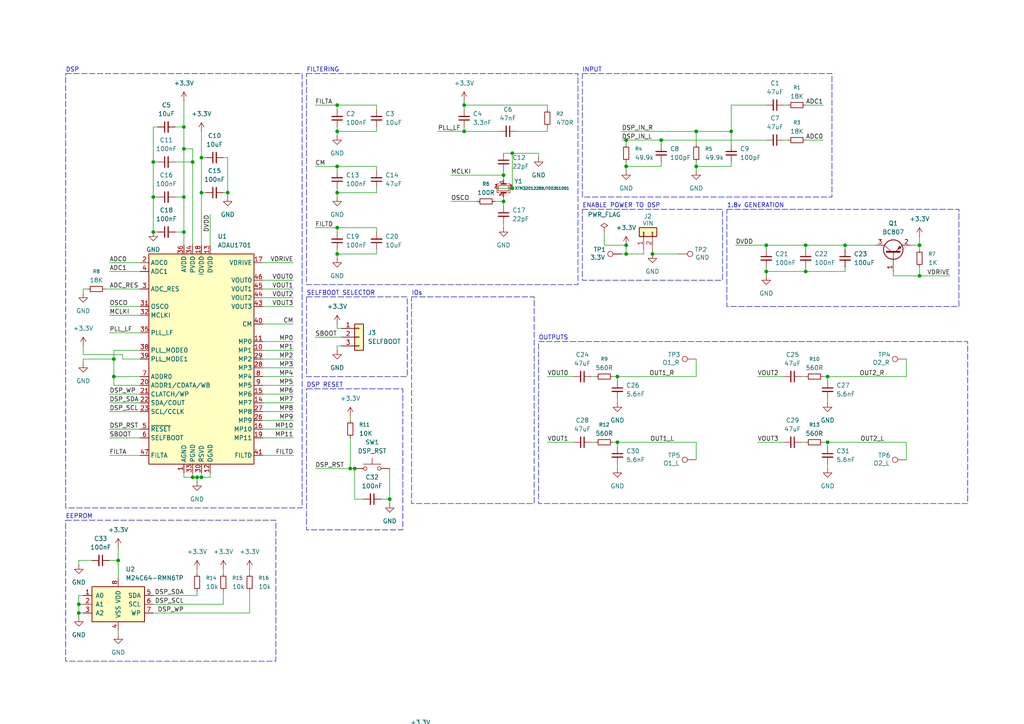
<source format=kicad_sch>
(kicad_sch (version 20250114) (generator "eeschema") (generator_version "9.0")
  (paper "A4")
  (rectangle (start 88.9 112.776) (end 116.84 153.67) (stroke (width 0) (type dash)))
  (rectangle (start 19.05 150.876) (end 80.01 191.77) (stroke (width 0) (type dash)))
  (rectangle (start 119.38 86.106) (end 154.94 146.05) (stroke (width 0) (type dash)))
  (rectangle (start 168.91 60.706) (end 209.55 81.28) (stroke (width 0) (type dash)))
  (rectangle (start 210.82 60.706) (end 278.13 88.9) (stroke (width 0) (type dash)))
  (rectangle (start 88.9 21.336) (end 167.64 82.55) (stroke (width 0) (type dash)))
  (rectangle (start 156.21 99.06) (end 280.67 146.05) (stroke (width 0) (type dash)))
  (rectangle (start 168.91 21.336) (end 241.3 57.15) (stroke (width 0) (type dash)))
  (rectangle (start 88.9 86.106) (end 118.11 109.22) (stroke (width 0) (type dash)))
  (rectangle (start 19.05 21.336) (end 87.63 147.32) (stroke (width 0) (type dash)))
  (text "EEPROM" (at 19.05 149.86 0) (effects (font (size 1.27 1.27)) (justify left)))
  (text "INPUT" (at 168.91 20.32 0) (effects (font (size 1.27 1.27)) (justify left)))
  (text "DSP RESET" (at 88.9 111.76 0) (effects (font (size 1.27 1.27)) (justify left)))
  (text "FILTERING" (at 88.9 20.32 0) (effects (font (size 1.27 1.27)) (justify left)))
  (text "DSP" (at 19.05 20.32 0) (effects (font (size 1.27 1.27)) (justify left)))
  (text "IOs" (at 119.38 85.09 0) (effects (font (size 1.27 1.27)) (justify left)))
  (text "SELFBOOT SELECTOR" (at 88.9 85.09 0) (effects (font (size 1.27 1.27)) (justify left)))
  (text "ENABLE POWER TO DSP" (at 168.91 59.69 0) (effects (font (size 1.27 1.27)) (justify left)))
  (text "1.8v GENERATION" (at 210.82 59.69 0) (effects (font (size 1.27 1.27)) (justify left)))
  (text "OUTPUTS" (at 156.21 98.044 0) (effects (font (size 1.27 1.27)) (justify left)))
  (junction (at 97.79 73.66))
  (junction (at 201.93 38.1))
  (junction (at 97.79 48.26))
  (junction (at 181.61 73.66))
  (junction (at 181.61 40.64))
  (junction (at 33.02 104.14))
  (junction (at 53.34 67.31))
  (junction (at 146.05 50.8))
  (junction (at 266.7 71.12))
  (junction (at 97.79 66.04))
  (junction (at 201.93 48.26))
  (junction (at 222.25 78.74))
  (junction (at 212.09 38.1))
  (junction (at 33.02 109.22))
  (junction (at 189.23 73.66))
  (junction (at 179.07 109.22))
  (junction (at 22.86 177.8))
  (junction (at 240.03 109.22))
  (junction (at 55.88 138.43))
  (junction (at 134.62 30.48))
  (junction (at 101.6 135.89))
  (junction (at 181.61 71.12))
  (junction (at 57.15 138.43))
  (junction (at 22.86 175.26))
  (junction (at 44.45 67.31))
  (junction (at 181.61 48.26))
  (junction (at 240.03 128.27))
  (junction (at 113.03 144.78))
  (junction (at 245.11 71.12))
  (junction (at 146.05 58.42))
  (junction (at 53.34 36.83))
  (junction (at 233.68 71.12))
  (junction (at 58.42 138.43))
  (junction (at 266.7 80.01))
  (junction (at 97.79 55.88))
  (junction (at 134.62 38.1))
  (junction (at 66.04 55.88))
  (junction (at 55.88 46.99))
  (junction (at 44.45 57.15))
  (junction (at 113.03 295.91))
  (junction (at 233.68 78.74))
  (junction (at 179.07 128.27))
  (junction (at 113.03 251.46))
  (junction (at 53.34 57.15))
  (junction (at 113.03 238.76))
  (junction (at 102.87 135.89))
  (junction (at 148.59 44.45))
  (junction (at 113.03 298.45))
  (junction (at 44.45 46.99))
  (junction (at 113.03 290.83))
  (junction (at 53.34 43.18))
  (junction (at 58.42 45.72))
  (junction (at 97.79 38.1))
  (junction (at 97.79 30.48))
  (junction (at 58.42 55.88))
  (junction (at 34.29 162.56))
  (junction (at 148.59 54.61))
  (junction (at 191.77 40.64))
  (junction (at 222.25 71.12))
  (wire (pts (xy 24.13 172.72) (xy 22.86 172.72)))
  (wire (pts (xy 189.23 72.39) (xy 189.23 73.66)))
  (wire (pts (xy 262.89 128.27) (xy 240.03 128.27)))
  (wire (pts (xy 44.45 57.15) (xy 44.45 67.31)))
  (wire (pts (xy 109.22 66.04) (xy 97.79 66.04)))
  (wire (pts (xy 76.2 88.9) (xy 85.09 88.9)))
  (wire (pts (xy 134.62 29.21) (xy 134.62 30.48)))
  (wire (pts (xy 130.81 50.8) (xy 146.05 50.8)))
  (wire (pts (xy 97.79 38.1) (xy 109.22 38.1)))
  (wire (pts (xy 123.19 267.97) (xy 114.3 267.97)))
  (wire (pts (xy 53.34 138.43) (xy 55.88 138.43)))
  (wire (pts (xy 275.59 80.01) (xy 266.7 80.01)))
  (wire (pts (xy 123.19 285.75) (xy 114.3 285.75)))
  (wire (pts (xy 222.25 71.12) (xy 222.25 72.39)))
  (wire (pts (xy 99.06 100.33) (xy 97.79 100.33)))
  (wire (pts (xy 44.45 177.8) (xy 72.39 177.8)))
  (wire (pts (xy 58.42 38.1) (xy 58.42 45.72)))
  (wire (pts (xy 76.2 101.6) (xy 85.09 101.6)))
  (wire (pts (xy 101.6 135.89) (xy 102.87 135.89)))
  (wire (pts (xy 179.07 109.22) (xy 201.93 109.22)))
  (wire (pts (xy 22.86 179.07) (xy 22.86 177.8)))
  (wire (pts (xy 212.09 30.48) (xy 222.25 30.48)))
  (wire (pts (xy 76.2 114.3) (xy 85.09 114.3)))
  (wire (pts (xy 123.19 273.05) (xy 114.3 273.05)))
  (wire (pts (xy 53.34 29.21) (xy 53.34 36.83)))
  (wire (pts (xy 25.4 83.82) (xy 24.13 83.82)))
  (wire (pts (xy 113.03 144.78) (xy 113.03 146.05)))
  (wire (pts (xy 127 38.1) (xy 134.62 38.1)))
  (wire (pts (xy 102.87 144.78) (xy 102.87 135.89)))
  (wire (pts (xy 123.19 241.3) (xy 114.3 241.3)))
  (wire (pts (xy 44.45 175.26) (xy 64.77 175.26)))
  (wire (pts (xy 105.41 144.78) (xy 102.87 144.78)))
  (wire (pts (xy 31.75 162.56) (xy 34.29 162.56)))
  (wire (pts (xy 31.75 91.44) (xy 40.64 91.44)))
  (wire (pts (xy 149.86 38.1) (xy 158.75 38.1)))
  (wire (pts (xy 114.3 288.29) (xy 123.19 288.29)))
  (wire (pts (xy 76.2 116.84) (xy 85.09 116.84)))
  (wire (pts (xy 146.05 44.45) (xy 148.59 44.45)))
  (wire (pts (xy 123.19 270.51) (xy 114.3 270.51)))
  (wire (pts (xy 222.25 78.74) (xy 222.25 80.01)))
  (wire (pts (xy 177.8 109.22) (xy 179.07 109.22)))
  (wire (pts (xy 40.64 109.22) (xy 33.02 109.22)))
  (wire (pts (xy 114.3 218.44) (xy 123.19 218.44)))
  (wire (pts (xy 109.22 72.39) (xy 109.22 73.66)))
  (wire (pts (xy 143.51 54.61) (xy 148.59 54.61)))
  (wire (pts (xy 64.77 175.26) (xy 64.77 171.45)))
  (wire (pts (xy 76.2 124.46) (xy 85.09 124.46)))
  (wire (pts (xy 213.36 71.12) (xy 222.25 71.12)))
  (wire (pts (xy 109.22 54.61) (xy 109.22 55.88)))
  (wire (pts (xy 233.68 40.64) (xy 238.76 40.64)))
  (wire (pts (xy 262.89 128.27) (xy 262.89 133.35)))
  (wire (pts (xy 58.42 55.88) (xy 59.69 55.88)))
  (wire (pts (xy 121.92 215.9) (xy 121.92 214.63)))
  (wire (pts (xy 57.15 138.43) (xy 57.15 139.7)))
  (wire (pts (xy 53.34 67.31) (xy 50.8 67.31)))
  (wire (pts (xy 60.96 137.16) (xy 60.96 138.43)))
  (wire (pts (xy 34.29 162.56) (xy 34.29 167.64)))
  (wire (pts (xy 262.89 109.22) (xy 240.03 109.22)))
  (wire (pts (xy 180.34 40.64) (xy 181.61 40.64)))
  (wire (pts (xy 64.77 165.1) (xy 64.77 166.37)))
  (wire (pts (xy 97.79 66.04) (xy 97.79 67.31)))
  (wire (pts (xy 113.03 298.45) (xy 113.03 299.72)))
  (wire (pts (xy 146.05 64.77) (xy 146.05 66.04)))
  (wire (pts (xy 179.07 115.57) (xy 179.07 116.84)))
  (wire (pts (xy 146.05 49.53) (xy 146.05 50.8)))
  (wire (pts (xy 180.34 38.1) (xy 201.93 38.1)))
  (wire (pts (xy 50.8 57.15) (xy 53.34 57.15)))
  (wire (pts (xy 31.75 114.3) (xy 40.64 114.3)))
  (wire (pts (xy 148.59 44.45) (xy 156.21 44.45)))
  (wire (pts (xy 222.25 77.47) (xy 222.25 78.74)))
  (wire (pts (xy 113.03 226.06) (xy 113.03 238.76)))
  (wire (pts (xy 134.62 36.83) (xy 134.62 38.1)))
  (wire (pts (xy 123.19 275.59) (xy 114.3 275.59)))
  (wire (pts (xy 53.34 43.18) (xy 53.34 57.15)))
  (wire (pts (xy 245.11 71.12) (xy 233.68 71.12)))
  (wire (pts (xy 123.19 248.92) (xy 114.3 248.92)))
  (wire (pts (xy 266.7 68.58) (xy 266.7 71.12)))
  (wire (pts (xy 181.61 48.26) (xy 191.77 48.26)))
  (wire (pts (xy 113.03 295.91) (xy 113.03 298.45)))
  (wire (pts (xy 114.3 293.37) (xy 123.19 293.37)))
  (wire (pts (xy 31.75 78.74) (xy 40.64 78.74)))
  (wire (pts (xy 201.93 38.1) (xy 201.93 41.91)))
  (wire (pts (xy 97.79 93.98) (xy 97.79 95.25)))
  (wire (pts (xy 201.93 46.99) (xy 201.93 48.26)))
  (wire (pts (xy 156.21 44.45) (xy 156.21 45.72)))
  (wire (pts (xy 58.42 45.72) (xy 59.69 45.72)))
  (wire (pts (xy 64.77 55.88) (xy 66.04 55.88)))
  (wire (pts (xy 245.11 77.47) (xy 245.11 78.74)))
  (wire (pts (xy 33.02 111.76) (xy 33.02 109.22)))
  (wire (pts (xy 201.93 104.14) (xy 201.93 109.22)))
  (wire (pts (xy 262.89 104.14) (xy 262.89 109.22)))
  (wire (pts (xy 181.61 48.26) (xy 181.61 49.53)))
  (wire (pts (xy 113.03 238.76) (xy 113.03 251.46)))
  (wire (pts (xy 45.72 46.99) (xy 44.45 46.99)))
  (wire (pts (xy 179.07 109.22) (xy 179.07 110.49)))
  (wire (pts (xy 110.49 144.78) (xy 113.03 144.78)))
  (wire (pts (xy 44.45 36.83) (xy 44.45 46.99)))
  (wire (pts (xy 113.03 298.45) (xy 123.19 298.45)))
  (wire (pts (xy 109.22 67.31) (xy 109.22 66.04)))
  (wire (pts (xy 179.07 128.27) (xy 179.07 129.54)))
  (wire (pts (xy 148.59 44.45) (xy 148.59 54.61)))
  (wire (pts (xy 55.88 71.12) (xy 55.88 46.99)))
  (wire (pts (xy 123.19 278.13) (xy 114.3 278.13)))
  (wire (pts (xy 123.19 226.06) (xy 113.03 226.06)))
  (wire (pts (xy 123.19 231.14) (xy 114.3 231.14)))
  (wire (pts (xy 240.03 134.62) (xy 240.03 135.89)))
  (wire (pts (xy 166.37 128.27) (xy 158.75 128.27)))
  (wire (pts (xy 189.23 73.66) (xy 196.85 73.66)))
  (wire (pts (xy 76.2 109.22) (xy 85.09 109.22)))
  (wire (pts (xy 76.2 104.14) (xy 85.09 104.14)))
  (wire (pts (xy 201.93 128.27) (xy 179.07 128.27)))
  (wire (pts (xy 76.2 81.28) (xy 85.09 81.28)))
  (wire (pts (xy 24.13 83.82) (xy 24.13 85.09)))
  (wire (pts (xy 245.11 71.12) (xy 254 71.12)))
  (wire (pts (xy 31.75 96.52) (xy 40.64 96.52)))
  (wire (pts (xy 97.79 36.83) (xy 97.79 38.1)))
  (wire (pts (xy 240.03 109.22) (xy 240.03 110.49)))
  (wire (pts (xy 233.68 78.74) (xy 222.25 78.74)))
  (wire (pts (xy 76.2 93.98) (xy 85.09 93.98)))
  (wire (pts (xy 97.79 72.39) (xy 97.79 73.66)))
  (wire (pts (xy 44.45 46.99) (xy 44.45 57.15)))
  (wire (pts (xy 33.02 101.6) (xy 33.02 104.14)))
  (wire (pts (xy 227.33 30.48) (xy 228.6 30.48)))
  (wire (pts (xy 114.3 223.52) (xy 123.19 223.52)))
  (wire (pts (xy 31.75 124.46) (xy 40.64 124.46)))
  (wire (pts (xy 53.34 36.83) (xy 53.34 43.18)))
  (wire (pts (xy 201.93 48.26) (xy 201.93 49.53)))
  (wire (pts (xy 91.44 135.89) (xy 101.6 135.89)))
  (wire (pts (xy 97.79 30.48) (xy 97.79 31.75)))
  (wire (pts (xy 123.19 233.68) (xy 114.3 233.68)))
  (wire (pts (xy 186.69 72.39) (xy 186.69 73.66)))
  (wire (pts (xy 44.45 67.31) (xy 45.72 67.31)))
  (wire (pts (xy 259.08 80.01) (xy 266.7 80.01)))
  (wire (pts (xy 24.13 175.26) (xy 22.86 175.26)))
  (wire (pts (xy 97.79 54.61) (xy 97.79 55.88)))
  (wire (pts (xy 232.41 128.27) (xy 233.68 128.27)))
  (wire (pts (xy 134.62 30.48) (xy 134.62 31.75)))
  (wire (pts (xy 109.22 30.48) (xy 97.79 30.48)))
  (wire (pts (xy 171.45 109.22) (xy 172.72 109.22)))
  (wire (pts (xy 33.02 109.22) (xy 33.02 104.14)))
  (wire (pts (xy 175.26 67.31) (xy 175.26 71.12)))
  (wire (pts (xy 30.48 83.82) (xy 40.64 83.82)))
  (wire (pts (xy 113.03 251.46) (xy 123.19 251.46)))
  (wire (pts (xy 35.56 104.14) (xy 35.56 102.87)))
  (wire (pts (xy 109.22 49.53) (xy 109.22 48.26)))
  (wire (pts (xy 57.15 172.72) (xy 57.15 171.45)))
  (wire (pts (xy 85.09 76.2) (xy 76.2 76.2)))
  (wire (pts (xy 158.75 31.75) (xy 158.75 30.48)))
  (wire (pts (xy 31.75 116.84) (xy 40.64 116.84)))
  (wire (pts (xy 181.61 46.99) (xy 181.61 48.26)))
  (wire (pts (xy 22.86 175.26) (xy 22.86 177.8)))
  (wire (pts (xy 212.09 38.1) (xy 212.09 30.48)))
  (wire (pts (xy 113.03 290.83) (xy 113.03 295.91)))
  (wire (pts (xy 31.75 119.38) (xy 40.64 119.38)))
  (wire (pts (xy 227.33 109.22) (xy 219.71 109.22)))
  (wire (pts (xy 40.64 111.76) (xy 33.02 111.76)))
  (wire (pts (xy 76.2 86.36) (xy 85.09 86.36)))
  (wire (pts (xy 58.42 45.72) (xy 58.42 55.88)))
  (wire (pts (xy 177.8 128.27) (xy 179.07 128.27)))
  (wire (pts (xy 72.39 165.1) (xy 72.39 166.37)))
  (wire (pts (xy 191.77 40.64) (xy 222.25 40.64)))
  (wire (pts (xy 240.03 115.57) (xy 240.03 116.84)))
  (wire (pts (xy 76.2 83.82) (xy 85.09 83.82)))
  (wire (pts (xy 40.64 101.6) (xy 33.02 101.6)))
  (wire (pts (xy 31.75 132.08) (xy 40.64 132.08)))
  (wire (pts (xy 91.44 66.04) (xy 97.79 66.04)))
  (wire (pts (xy 201.93 38.1) (xy 212.09 38.1)))
  (wire (pts (xy 53.34 57.15) (xy 53.34 67.31)))
  (wire (pts (xy 40.64 104.14) (xy 35.56 104.14)))
  (wire (pts (xy 259.08 78.74) (xy 259.08 80.01)))
  (wire (pts (xy 113.03 265.43) (xy 123.19 265.43)))
  (wire (pts (xy 212.09 46.99) (xy 212.09 48.26)))
  (wire (pts (xy 31.75 127) (xy 40.64 127)))
  (wire (pts (xy 191.77 40.64) (xy 181.61 40.64)))
  (wire (pts (xy 97.79 95.25) (xy 99.06 95.25)))
  (wire (pts (xy 109.22 36.83) (xy 109.22 38.1)))
  (wire (pts (xy 146.05 50.8) (xy 146.05 52.07)))
  (wire (pts (xy 45.72 36.83) (xy 44.45 36.83)))
  (wire (pts (xy 146.05 58.42) (xy 146.05 57.15)))
  (wire (pts (xy 26.67 162.56) (xy 22.86 162.56)))
  (wire (pts (xy 97.79 73.66) (xy 109.22 73.66)))
  (wire (pts (xy 58.42 55.88) (xy 58.42 71.12)))
  (wire (pts (xy 123.19 243.84) (xy 114.3 243.84)))
  (wire (pts (xy 97.79 73.66) (xy 97.79 74.93)))
  (wire (pts (xy 191.77 41.91) (xy 191.77 40.64)))
  (wire (pts (xy 97.79 100.33) (xy 97.79 101.6)))
  (wire (pts (xy 114.3 220.98) (xy 123.19 220.98)))
  (wire (pts (xy 60.96 138.43) (xy 58.42 138.43)))
  (wire (pts (xy 186.69 73.66) (xy 181.61 73.66)))
  (wire (pts (xy 57.15 165.1) (xy 57.15 166.37)))
  (wire (pts (xy 34.29 182.88) (xy 34.29 184.15)))
  (wire (pts (xy 158.75 38.1) (xy 158.75 36.83)))
  (wire (pts (xy 97.79 55.88) (xy 109.22 55.88)))
  (wire (pts (xy 91.44 30.48) (xy 97.79 30.48)))
  (wire (pts (xy 181.61 40.64) (xy 181.61 41.91)))
  (wire (pts (xy 55.88 137.16) (xy 55.88 138.43)))
  (wire (pts (xy 22.86 172.72) (xy 22.86 175.26)))
  (wire (pts (xy 166.37 109.22) (xy 158.75 109.22)))
  (wire (pts (xy 22.86 162.56) (xy 22.86 163.83)))
  (wire (pts (xy 245.11 72.39) (xy 245.11 71.12)))
  (wire (pts (xy 109.22 31.75) (xy 109.22 30.48)))
  (wire (pts (xy 113.03 251.46) (xy 113.03 254)))
  (wire (pts (xy 113.03 295.91) (xy 123.19 295.91)))
  (wire (pts (xy 266.7 80.01) (xy 266.7 77.47)))
  (wire (pts (xy 24.13 104.14) (xy 24.13 105.41)))
  (wire (pts (xy 60.96 62.23) (xy 60.96 71.12)))
  (wire (pts (xy 181.61 73.66) (xy 181.61 71.12)))
  (wire (pts (xy 233.68 30.48) (xy 238.76 30.48)))
  (wire (pts (xy 238.76 109.22) (xy 240.03 109.22)))
  (wire (pts (xy 97.79 48.26) (xy 97.79 49.53)))
  (wire (pts (xy 58.42 137.16) (xy 58.42 138.43)))
  (wire (pts (xy 238.76 128.27) (xy 240.03 128.27)))
  (wire (pts (xy 53.34 43.18) (xy 55.88 43.18)))
  (wire (pts (xy 113.03 290.83) (xy 123.19 290.83)))
  (wire (pts (xy 264.16 71.12) (xy 266.7 71.12)))
  (wire (pts (xy 123.19 236.22) (xy 114.3 236.22)))
  (wire (pts (xy 53.34 71.12) (xy 53.34 67.31)))
  (wire (pts (xy 123.19 283.21) (xy 114.3 283.21)))
  (wire (pts (xy 76.2 127) (xy 85.09 127)))
  (wire (pts (xy 114.3 262.89) (xy 123.19 262.89)))
  (wire (pts (xy 72.39 171.45) (xy 72.39 177.8)))
  (wire (pts (xy 134.62 38.1) (xy 144.78 38.1)))
  (wire (pts (xy 66.04 55.88) (xy 66.04 57.15)))
  (wire (pts (xy 55.88 138.43) (xy 57.15 138.43)))
  (wire (pts (xy 266.7 72.39) (xy 266.7 71.12)))
  (wire (pts (xy 123.19 228.6) (xy 114.3 228.6)))
  (wire (pts (xy 64.77 45.72) (xy 66.04 45.72)))
  (wire (pts (xy 55.88 43.18) (xy 55.88 46.99)))
  (wire (pts (xy 179.07 134.62) (xy 179.07 135.89)))
  (wire (pts (xy 212.09 38.1) (xy 212.09 41.91)))
  (wire (pts (xy 76.2 132.08) (xy 85.09 132.08)))
  (wire (pts (xy 24.13 102.87) (xy 24.13 100.33)))
  (wire (pts (xy 34.29 158.75) (xy 34.29 162.56)))
  (wire (pts (xy 233.68 72.39) (xy 233.68 71.12)))
  (wire (pts (xy 240.03 128.27) (xy 240.03 129.54)))
  (wire (pts (xy 232.41 109.22) (xy 233.68 109.22)))
  (wire (pts (xy 76.2 99.06) (xy 85.09 99.06)))
  (wire (pts (xy 76.2 111.76) (xy 85.09 111.76)))
  (wire (pts (xy 191.77 46.99) (xy 191.77 48.26)))
  (wire (pts (xy 245.11 78.74) (xy 233.68 78.74)))
  (wire (pts (xy 97.79 38.1) (xy 97.79 39.37)))
  (wire (pts (xy 233.68 77.47) (xy 233.68 78.74)))
  (wire (pts (xy 227.33 128.27) (xy 219.71 128.27)))
  (wire (pts (xy 146.05 58.42) (xy 146.05 59.69)))
  (wire (pts (xy 143.51 58.42) (xy 146.05 58.42)))
  (wire (pts (xy 113.03 238.76) (xy 123.19 238.76)))
  (wire (pts (xy 58.42 138.43) (xy 57.15 138.43)))
  (wire (pts (xy 180.34 73.66) (xy 181.61 73.66)))
  (wire (pts (xy 113.03 265.43) (xy 113.03 290.83)))
  (wire (pts (xy 91.44 48.26) (xy 97.79 48.26)))
  (wire (pts (xy 123.19 280.67) (xy 114.3 280.67)))
  (wire (pts (xy 101.6 120.65) (xy 101.6 121.92)))
  (wire (pts (xy 171.45 128.27) (xy 172.72 128.27)))
  (wire (pts (xy 97.79 55.88) (xy 97.79 57.15)))
  (wire (pts (xy 76.2 121.92) (xy 85.09 121.92)))
  (wire (pts (xy 66.04 45.72) (xy 66.04 55.88)))
  (wire (pts (xy 201.93 128.27) (xy 201.93 133.35)))
  (wire (pts (xy 113.03 144.78) (xy 113.03 135.89)))
  (wire (pts (xy 35.56 102.87) (xy 24.13 102.87)))
  (wire (pts (xy 53.34 137.16) (xy 53.34 138.43)))
  (wire (pts (xy 55.88 46.99) (xy 50.8 46.99)))
  (wire (pts (xy 76.2 106.68) (xy 85.09 106.68)))
  (wire (pts (xy 130.81 58.42) (xy 138.43 58.42)))
  (wire (pts (xy 45.72 57.15) (xy 44.45 57.15)))
  (wire (pts (xy 158.75 30.48) (xy 134.62 30.48)))
  (wire (pts (xy 101.6 127) (xy 101.6 135.89)))
  (wire (pts (xy 109.22 48.26) (xy 97.79 48.26)))
  (wire (pts (xy 50.8 36.83) (xy 53.34 36.83)))
  (wire (pts (xy 91.44 97.79) (xy 99.06 97.79)))
  (wire (pts (xy 227.33 40.64) (xy 228.6 40.64)))
  (wire (pts (xy 22.86 177.8) (xy 24.13 177.8)))
  (wire (pts (xy 123.19 246.38) (xy 114.3 246.38)))
  (wire (pts (xy 201.93 48.26) (xy 212.09 48.26)))
  (wire (pts (xy 123.19 215.9) (xy 121.92 215.9)))
  (wire (pts (xy 33.02 104.14) (xy 24.13 104.14)))
  (wire (pts (xy 233.68 71.12) (xy 222.25 71.12)))
  (wire (pts (xy 31.75 88.9) (xy 40.64 88.9)))
  (wire (pts (xy 44.45 172.72) (xy 57.15 172.72)))
  (wire (pts (xy 31.75 76.2) (xy 40.64 76.2)))
  (wire (pts (xy 76.2 119.38) (xy 85.09 119.38)))
  (wire (pts (xy 175.26 71.12) (xy 181.61 71.12)))
  (label "MP1" (at 85.09 101.6 180))
  (label "MP10" (at 85.09 124.46 180))
  (label "OUT2_L" (at 114.3 241.3 0))
  (label "DSP_RST" (at 114.3 223.52 0))
  (label "MP6" (at 85.09 114.3 180))
  (label "VDRIVE" (at 85.09 76.2 180))
  (label "DSP_WP" (at 31.75 114.3 0))
  (label "MP8" (at 114.3 231.14 0))
  (label "VOUT2" (at 219.71 109.22 0))
  (label "CM" (at 91.44 48.26 0))
  (label "FILTD" (at 91.44 66.04 0))
  (label "PLL_LF" (at 31.75 96.52 0))
  (label "MP0" (at 85.09 99.06 180))
  (label "ADC_RES" (at 31.75 83.82 0))
  (label "DVDD" (at 213.36 71.12 0))
  (label "PLL_LF" (at 127 38.1 0))
  (label "SBOOT" (at 31.75 127 0))
  (label "OUT1_R" (at 114.3 248.92 0))
  (label "VOUT1" (at 158.75 128.27 0))
  (label "DSP_SCL" (at 31.75 119.38 0))
  (label "MP1" (at 114.3 280.67 0))
  (label "MP9" (at 114.3 228.6 0))
  (label "VDRIVE" (at 275.59 80.01 180))
  (label "CM" (at 85.09 93.98 180))
  (label "DSP_SCL" (at 114.3 220.98 0))
  (label "OUT1_R" (at 195.58 109.22 180))
  (label "DSP_SDA" (at 114.3 218.44 0))
  (label "MP0" (at 114.3 278.13 0))
  (label "MP6" (at 114.3 273.05 0))
  (label "OUT2_R" (at 114.3 243.84 0))
  (label "OUT2_R" (at 256.54 109.22 180))
  (label "DSP_WP" (at 53.34 177.8 180))
  (label "MP5" (at 85.09 111.76 180))
  (label "VOUT3" (at 85.09 88.9 180))
  (label "DSP_IN_R" (at 180.34 38.1 0))
  (label "DSP_SDA" (at 31.75 116.84 0))
  (label "ADC0" (at 31.75 76.2 0))
  (label "ADC1" (at 238.76 30.48 180))
  (label "MCLKI" (at 31.75 91.44 0))
  (label "FILTA" (at 91.44 30.48 0))
  (label "VOUT0" (at 85.09 81.28 180))
  (label "MP10" (at 114.3 270.51 0))
  (label "MP4" (at 85.09 109.22 180))
  (label "DSP_IN_L" (at 114.3 293.37 0))
  (label "ADC1" (at 31.75 78.74 0))
  (label "OSCO" (at 130.81 58.42 0))
  (label "VOUT3" (at 219.71 128.27 0))
  (label "OUT1_L" (at 114.3 246.38 0))
  (label "DVDD" (at 60.96 62.23 270))
  (label "DSP_IN_L" (at 180.34 40.64 0))
  (label "MP5" (at 114.3 283.21 0))
  (label "MP8" (at 85.09 119.38 180))
  (label "DSP_WP" (at 114.3 262.89 0))
  (label "MP7" (at 114.3 275.59 0))
  (label "DSP_RST" (at 31.75 124.46 0))
  (label "MP2" (at 85.09 104.14 180))
  (label "DSP_SDA" (at 53.34 172.72 180))
  (label "MP11" (at 114.3 267.97 0))
  (label "SBOOT" (at 91.44 97.79 0))
  (label "VOUT2" (at 85.09 86.36 180))
  (label "FILTA" (at 31.75 132.08 0))
  (label "MP7" (at 85.09 116.84 180))
  (label "DSP_SCL" (at 53.34 175.26 180))
  (label "DSP_RST" (at 91.44 135.89 0))
  (label "VOUT1" (at 85.09 83.82 180))
  (label "MP3" (at 114.3 233.68 0))
  (label "OSCO" (at 31.75 88.9 0))
  (label "MCLKI" (at 130.81 50.8 0))
  (label "MP3" (at 85.09 106.68 180))
  (label "OUT1_L" (at 195.58 128.27 180))
  (label "FILTD" (at 85.09 132.08 180))
  (label "ADC0" (at 238.76 40.64 180))
  (label "MP11" (at 85.09 127 180))
  (label "OUT2_L" (at 256.54 128.27 180))
  (label "MP9" (at 85.09 121.92 180))
  (label "DSP_IN_R" (at 114.3 288.29 0))
  (label "MP2" (at 114.3 236.22 0))
  (label "VOUT0" (at 158.75 109.22 0))
  (label "MP4" (at 114.3 285.75 0))
  (symbol (lib_id "Device:R_Small") (at 175.26 128.27 90) (unit 1)
    (property "Reference" "R12" (at 175.26 123.19 90) (effects (font (size 1.016 1.016))))
    (property "Value" "560R" (at 175.26 125.73 90))
    (property "Footprint" "Resistor_SMD:R_0603_1608Metric_Pad0.98x0.95mm_HandSolder" (effects (hide yes)))
    (property "Description" "Resistor, small symbol" (effects (hide yes)))
  )
  (symbol (lib_id "Device:C_Small") (at 146.05 46.99 0) (unit 1)
    (property "Reference" "C12" (at 148.59 45.7262 0) (effects (justify left)))
    (property "Value" "22pF" (at 148.59 48.2662 0) (effects (justify left)))
    (property "Footprint" "Capacitor_SMD:C_0603_1608Metric_Pad1.08x0.95mm_HandSolder" (effects (hide yes)))
    (property "Description" "Unpolarized capacitor, small symbol" (effects (hide yes)))
  )
  (symbol (lib_id "Connector:TestPoint") (at 180.34 73.66 90) (unit 1)
    (property "Reference" "TP1" (at 175.768 72.39 90) (effects (justify left)))
    (property "Value" "3.3V" (at 175.514 74.676 90) (effects (justify left)))
    (property "Footprint" "TestPoint:TestPoint_THTPad_1.0x1.0mm_Drill0.5mm" (effects (hide yes)))
    (property "Description" "test point" (effects (hide yes)))
  )
  (symbol (lib_id "power:GND") (at 240.03 135.89 0) (unit 1)
    (property "Reference" "#PWR029" (effects (hide yes)))
    (property "Value" "GND" (at 240.03 140.97 0))
    (property "Description" "Power symbol creates a global label with name \"GND\" , ground" (effects (hide yes)))
  )
  (symbol (lib_id "power:GND") (at 97.79 39.37 0) (unit 1)
    (property "Reference" "#PWR04" (effects (hide yes)))
    (property "Value" "GND" (at 97.79 44.45 0))
    (property "Description" "Power symbol creates a global label with name \"GND\" , ground" (effects (hide yes)))
  )
  (symbol (lib_id "Device:C_Small") (at 224.79 40.64 270) (unit 1)
    (property "Reference" "C7" (at 224.7836 34.29 90))
    (property "Value" "47uF" (at 224.7836 36.83 90))
    (property "Footprint" "Capacitor_SMD:C_0603_1608Metric_Pad1.08x0.95mm_HandSolder" (effects (hide yes)))
    (property "Description" "Unpolarized capacitor, small symbol" (effects (hide yes)))
  )
  (symbol (lib_id "power:GND") (at 201.93 49.53 0) (unit 1)
    (property "Reference" "#PWR08" (effects (hide yes)))
    (property "Value" "GND" (at 201.93 54.61 0))
    (property "Description" "Power symbol creates a global label with name \"GND\" , ground" (effects (hide yes)))
  )
  (symbol (lib_id "power:GND") (at 156.21 45.72 0) (unit 1)
    (property "Reference" "#PWR05" (effects (hide yes)))
    (property "Value" "GND" (at 156.21 50.8 0))
    (property "Description" "Power symbol creates a global label with name \"GND\" , ground" (effects (hide yes)))
  )
  (symbol (lib_id "Device:C_Small") (at 146.05 62.23 0) (unit 1)
    (property "Reference" "C17" (at 148.59 60.9662 0) (effects (justify left)))
    (property "Value" "22pF" (at 148.59 63.5062 0) (effects (justify left)))
    (property "Footprint" "Capacitor_SMD:C_0603_1608Metric_Pad1.08x0.95mm_HandSolder" (effects (hide yes)))
    (property "Description" "Unpolarized capacitor, small symbol" (effects (hide yes)))
  )
  (symbol (lib_id "power:PWR_FLAG") (at 175.26 67.31 0) (unit 1)
    (property "Reference" "#FLG01" (effects (hide yes)))
    (property "Value" "PWR_FLAG" (at 175.26 62.23 0))
    (property "Description" "Special symbol for telling ERC where power comes from" (effects (hide yes)))
  )
  (symbol (lib_id "Device:C_Small") (at 240.03 113.03 0) (unit 1)
    (property "Reference" "C27" (at 242.57 111.7662 0) (effects (justify left)))
    (property "Value" "5.6nF" (at 242.57 114.3062 0) (effects (justify left)))
    (property "Footprint" "Capacitor_SMD:C_0603_1608Metric_Pad1.08x0.95mm_HandSolder" (effects (hide yes)))
    (property "Description" "Unpolarized capacitor, small symbol" (effects (hide yes)))
  )
  (symbol (lib_id "Device:C_Small") (at 109.22 69.85 180) (unit 1)
    (property "Reference" "C20" (at 111.76 68.5735 0) (effects (justify right)))
    (property "Value" "10uF" (at 111.76 71.1135 0) (effects (justify right)))
    (property "Footprint" "Capacitor_SMD:C_0603_1608Metric_Pad1.08x0.95mm_HandSolder" (effects (hide yes)))
    (property "Description" "Unpolarized capacitor, small symbol" (effects (hide yes)))
  )
  (symbol (lib_id "Device:R_Small") (at 101.6 124.46 0) (unit 1)
    (property "Reference" "R11" (at 104.14 123.1899 0) (effects (font (size 1.016 1.016)) (justify left)))
    (property "Value" "10K" (at 104.14 125.7299 0) (effects (justify left)))
    (property "Footprint" "Resistor_SMD:R_0603_1608Metric_Pad0.98x0.95mm_HandSolder" (effects (hide yes)))
    (property "Description" "Resistor, small symbol" (effects (hide yes)))
  )
  (symbol (lib_id "power:+3.3V") (at 97.79 93.98 0) (unit 1)
    (property "Reference" "#PWR019" (effects (hide yes)))
    (property "Value" "+3.3V" (at 97.79 88.9 0))
    (property "Description" "Power symbol creates a global label with name \"+3.3V\"" (effects (hide yes)))
  )
  (symbol (lib_id "power:+3.3V") (at 72.39 165.1 0) (unit 1)
    (property "Reference" "#PWR036" (effects (hide yes)))
    (property "Value" "+3.3V" (at 72.39 160.02 0))
    (property "Description" "Power symbol creates a global label with name \"+3.3V\"" (effects (hide yes)))
  )
  (symbol (lib_id "power:+3.3V") (at 58.42 38.1 0) (unit 1)
    (property "Reference" "#PWR03" (effects (hide yes)))
    (property "Value" "+3.3V" (at 58.42 33.02 0))
    (property "Description" "Power symbol creates a global label with name \"+3.3V\"" (effects (hide yes)))
  )
  (symbol (lib_id "power:+3.3V") (at 24.13 100.33 0) (unit 1)
    (property "Reference" "#PWR020" (effects (hide yes)))
    (property "Value" "+3.3V" (at 24.13 95.25 0))
    (property "Description" "Power symbol creates a global label with name \"+3.3V\"" (effects (hide yes)))
  )
  (symbol (lib_id "Device:C_Small") (at 240.03 132.08 0) (unit 1)
    (property "Reference" "C31" (at 242.57 130.8162 0) (effects (justify left)))
    (property "Value" "5.6nF" (at 242.57 133.3562 0) (effects (justify left)))
    (property "Footprint" "Capacitor_SMD:C_0603_1608Metric_Pad1.08x0.95mm_HandSolder" (effects (hide yes)))
    (property "Description" "Unpolarized capacitor, small symbol" (effects (hide yes)))
  )
  (symbol (lib_id "power:+3.3V") (at 181.61 71.12 0) (unit 1)
    (property "Reference" "#PWR014" (effects (hide yes)))
    (property "Value" "+3.3V" (at 181.61 66.04 0))
    (property "Description" "Power symbol creates a global label with name \"+3.3V\"" (effects (hide yes)))
  )
  (symbol (lib_id "Device:C_Small") (at 97.79 69.85 180) (unit 1)
    (property "Reference" "C19" (at 100.33 68.5735 0) (effects (justify right)))
    (property "Value" "100nF" (at 100.33 71.1135 0) (effects (justify right)))
    (property "Footprint" "Capacitor_SMD:C_0603_1608Metric_Pad1.08x0.95mm_HandSolder" (effects (hide yes)))
    (property "Description" "Unpolarized capacitor, small symbol" (effects (hide yes)))
  )
  (symbol (lib_id "power:GND") (at 113.03 299.72 0) (unit 1)
    (property "Reference" "#PWR041" (effects (hide yes)))
    (property "Value" "GND" (at 113.03 304.8 0))
    (property "Description" "Power symbol creates a global label with name \"GND\" , ground" (effects (hide yes)))
  )
  (symbol (lib_id "Device:R_Small") (at 175.26 109.22 90) (unit 1)
    (property "Reference" "R9" (at 175.26 104.14 90) (effects (font (size 1.016 1.016))))
    (property "Value" "560R" (at 175.26 106.68 90))
    (property "Footprint" "Resistor_SMD:R_0603_1608Metric_Pad0.98x0.95mm_HandSolder" (effects (hide yes)))
    (property "Description" "Resistor, small symbol" (effects (hide yes)))
  )
  (symbol (lib_id "power:+3.3V") (at 134.62 29.21 0) (unit 1)
    (property "Reference" "#PWR02" (effects (hide yes)))
    (property "Value" "+3.3V" (at 134.62 24.13 0))
    (property "Description" "Power symbol creates a global label with name \"+3.3V\"" (effects (hide yes)))
  )
  (symbol (lib_id "Switch:SW_Push") (at 107.95 135.89 0) (unit 1)
    (property "Reference" "SW1" (at 107.95 128.27 0))
    (property "Value" "DSP_RST" (at 107.95 130.81 0))
    (property "Footprint" "TS3425BA:TS3425BA" (effects (hide yes)))
    (property "Description" "Push button switch, generic, two pins" (effects (hide yes)))
  )
  (symbol (lib_id "DSP_AnalogDevices:ADAU1701") (at 58.42 104.14 0) (unit 1)
    (property "Reference" "U1" (at 63.1033 68.58 0) (effects (justify left)))
    (property "Value" "ADAU1701" (at 63.1033 71.12 0) (effects (justify left)))
    (property "Footprint" "Package_QFP:LQFP-48_7x7mm_P0.5mm" (effects (hide yes)))
    (property "Datasheet" "https://www.analog.com/media/en/technical-documentation/data-sheets/ADAU1701.pdf" (effects (hide yes)))
    (property "Description" "SigmaDSP 28-/56-Bit Audio Processor with Two ADCs and Four DACs, 50 MIPS, 1kword Program RAM, 2kword Data RAM, LQFP-48" (effects (hide yes)))
  )
  (symbol (lib_id "Device:R_Small") (at 57.15 168.91 0) (unit 1)
    (property "Reference" "R14" (at 59.69 167.6399 0) (effects (font (size 1.016 1.016)) (justify left)))
    (property "Value" "10k" (at 59.69 170.1799 0) (effects (justify left)))
    (property "Footprint" "Resistor_SMD:R_0603_1608Metric_Pad0.98x0.95mm_HandSolder" (effects (hide yes)))
    (property "Description" "Resistor, small symbol" (effects (hide yes)))
  )
  (symbol (lib_id "Device:R_Small") (at 181.61 44.45 0) (unit 1)
    (property "Reference" "R4" (at 184.15 43.1799 0) (effects (font (size 1.016 1.016)) (justify left)))
    (property "Value" "49.9k" (at 184.15 45.7199 0) (effects (justify left)))
    (property "Footprint" "Resistor_SMD:R_0603_1608Metric_Pad0.98x0.95mm_HandSolder" (effects (hide yes)))
    (property "Description" "Resistor, small symbol" (effects (hide yes)))
  )
  (symbol (lib_id "power:GND") (at 66.04 57.15 0) (unit 1)
    (property "Reference" "#PWR09" (effects (hide yes)))
    (property "Value" "GND" (at 66.04 62.23 0))
    (property "Description" "Power symbol creates a global label with name \"GND\" , ground" (effects (hide yes)))
  )
  (symbol (lib_id "Connector:TestPoint") (at 201.93 133.35 90) (unit 1)
    (property "Reference" "TP5" (at 197.358 132.08 90) (effects (justify left)))
    (property "Value" "O1_L" (at 197.104 134.366 90) (effects (justify left)))
    (property "Footprint" "TestPoint:TestPoint_THTPad_1.0x1.0mm_Drill0.5mm" (effects (hide yes)))
    (property "Description" "test point" (effects (hide yes)))
  )
  (symbol (lib_id "Device:C_Small") (at 179.07 113.03 0) (unit 1)
    (property "Reference" "C26" (at 181.61 111.7662 0) (effects (justify left)))
    (property "Value" "5.6nF" (at 181.61 114.3062 0) (effects (justify left)))
    (property "Footprint" "Capacitor_SMD:C_0603_1608Metric_Pad1.08x0.95mm_HandSolder" (effects (hide yes)))
    (property "Description" "Unpolarized capacitor, small symbol" (effects (hide yes)))
  )
  (symbol (lib_id "Device:R_Small") (at 158.75 34.29 0) (unit 1)
    (property "Reference" "R2" (at 161.29 33.0199 0) (effects (font (size 1.016 1.016)) (justify left)))
    (property "Value" "470R" (at 161.29 35.5599 0) (effects (justify left)))
    (property "Footprint" "Resistor_SMD:R_0603_1608Metric_Pad0.98x0.95mm_HandSolder" (effects (hide yes)))
    (property "Description" "Resistor, small symbol" (effects (hide yes)))
  )
  (symbol (lib_id "Device:R_Small") (at 72.39 168.91 0) (unit 1)
    (property "Reference" "R16" (at 74.93 167.6399 0) (effects (font (size 1.016 1.016)) (justify left)))
    (property "Value" "10k" (at 74.93 170.1799 0) (effects (justify left)))
    (property "Footprint" "Resistor_SMD:R_0603_1608Metric_Pad0.98x0.95mm_HandSolder" (effects (hide yes)))
    (property "Description" "Resistor, small symbol" (effects (hide yes)))
  )
  (symbol (lib_id "power:+3.3V") (at 266.7 68.58 0) (unit 1)
    (property "Reference" "#PWR013" (effects (hide yes)))
    (property "Value" "+3.3V" (at 266.7 63.5 0))
    (property "Description" "Power symbol creates a global label with name \"+3.3V\"" (effects (hide yes)))
  )
  (symbol (lib_id "Device:R_Small") (at 266.7 74.93 0) (unit 1)
    (property "Reference" "R7" (at 269.24 73.6599 0) (effects (font (size 1.016 1.016)) (justify left)))
    (property "Value" "1K" (at 269.24 76.1999 0) (effects (justify left)))
    (property "Footprint" "Resistor_SMD:R_0603_1608Metric_Pad0.98x0.95mm_HandSolder" (effects (hide yes)))
    (property "Description" "Resistor, small symbol" (effects (hide yes)))
  )
  (symbol (lib_id "Device:C_Small") (at 107.95 144.78 270) (unit 1)
    (property "Reference" "C32" (at 107.9436 138.43 90))
    (property "Value" "100nF" (at 107.9436 140.97 90))
    (property "Footprint" "Capacitor_SMD:C_0603_1608Metric_Pad1.08x0.95mm_HandSolder" (effects (hide yes)))
    (property "Description" "Unpolarized capacitor, small symbol" (effects (hide yes)))
  )
  (symbol (lib_id "Device:C_Small") (at 48.26 46.99 90) (unit 1)
    (property "Reference" "C11" (at 48.2663 40.64 90))
    (property "Value" "100nF" (at 48.2663 43.18 90))
    (property "Footprint" "Capacitor_SMD:C_0603_1608Metric_Pad1.08x0.95mm_HandSolder" (effects (hide yes)))
    (property "Description" "Unpolarized capacitor, small symbol" (effects (hide yes)))
  )
  (symbol (lib_id "power:GND") (at 44.45 67.31 0) (unit 1)
    (property "Reference" "#PWR012" (effects (hide yes)))
    (property "Value" "GND" (at 44.45 72.39 0))
    (property "Description" "Power symbol creates a global label with name \"GND\" , ground" (effects (hide yes)))
  )
  (symbol (lib_id "Device:C_Small") (at 109.22 34.29 180) (unit 1)
    (property "Reference" "C3" (at 111.76 33.0135 0) (effects (justify right)))
    (property "Value" "10uF" (at 111.76 35.5535 0) (effects (justify right)))
    (property "Footprint" "Capacitor_SMD:C_0603_1608Metric_Pad1.08x0.95mm_HandSolder" (effects (hide yes)))
    (property "Description" "Unpolarized capacitor, small symbol" (effects (hide yes)))
  )
  (symbol (lib_id "Device:C_Small") (at 191.77 44.45 180) (unit 1)
    (property "Reference" "C8" (at 194.31 43.1735 0) (effects (justify right)))
    (property "Value" "100pF" (at 194.31 45.7135 0) (effects (justify right)))
    (property "Footprint" "Capacitor_SMD:C_0603_1608Metric_Pad1.08x0.95mm_HandSolder" (effects (hide yes)))
    (property "Description" "Unpolarized capacitor, small symbol" (effects (hide yes)))
  )
  (symbol (lib_id "power:GND") (at 179.07 135.89 0) (unit 1)
    (property "Reference" "#PWR028" (effects (hide yes)))
    (property "Value" "GND" (at 179.07 140.97 0))
    (property "Description" "Power symbol creates a global label with name \"GND\" , ground" (effects (hide yes)))
  )
  (symbol (lib_id "Device:R_Small") (at 201.93 44.45 0) (unit 1)
    (property "Reference" "R5" (at 204.47 43.1799 0) (effects (font (size 1.016 1.016)) (justify left)))
    (property "Value" "49.9k" (at 204.47 45.7199 0) (effects (justify left)))
    (property "Footprint" "Resistor_SMD:R_0603_1608Metric_Pad0.98x0.95mm_HandSolder" (effects (hide yes)))
    (property "Description" "Resistor, small symbol" (effects (hide yes)))
  )
  (symbol (lib_id "power:GND") (at 97.79 101.6 0) (unit 1)
    (property "Reference" "#PWR021" (effects (hide yes)))
    (property "Value" "GND" (at 97.79 106.68 0))
    (property "Description" "Power symbol creates a global label with name \"GND\" , ground" (effects (hide yes)))
  )
  (symbol (lib_id "power:+3.3V") (at 53.34 29.21 0) (unit 1)
    (property "Reference" "#PWR01" (effects (hide yes)))
    (property "Value" "+3.3V" (at 53.34 24.13 0))
    (property "Description" "Power symbol creates a global label with name \"+3.3V\"" (effects (hide yes)))
  )
  (symbol (lib_id "Device:C_Small") (at 97.79 34.29 180) (unit 1)
    (property "Reference" "C2" (at 100.33 33.0135 0) (effects (justify right)))
    (property "Value" "100nF" (at 100.33 35.5535 0) (effects (justify right)))
    (property "Footprint" "Capacitor_SMD:C_0603_1608Metric_Pad1.08x0.95mm_HandSolder" (effects (hide yes)))
    (property "Description" "Unpolarized capacitor, small symbol" (effects (hide yes)))
  )
  (symbol (lib_id "Device:C_Small") (at 48.26 67.31 90) (unit 1)
    (property "Reference" "C18" (at 48.2663 60.96 90))
    (property "Value" "100nF" (at 48.2663 63.5 90))
    (property "Footprint" "Capacitor_SMD:C_0603_1608Metric_Pad1.08x0.95mm_HandSolder" (effects (hide yes)))
    (property "Description" "Unpolarized capacitor, small symbol" (effects (hide yes)))
  )
  (symbol (lib_id "Device:C_Small") (at 212.09 44.45 180) (unit 1)
    (property "Reference" "C9" (at 214.63 43.1735 0) (effects (justify right)))
    (property "Value" "100pF" (at 214.63 45.7135 0) (effects (justify right)))
    (property "Footprint" "Capacitor_SMD:C_0603_1608Metric_Pad1.08x0.95mm_HandSolder" (effects (hide yes)))
    (property "Description" "Unpolarized capacitor, small symbol" (effects (hide yes)))
  )
  (symbol (lib_id "Device:C_Small") (at 109.22 52.07 180) (unit 1)
    (property "Reference" "C14" (at 111.76 50.7935 0) (effects (justify right)))
    (property "Value" "47uF" (at 111.76 53.3335 0) (effects (justify right)))
    (property "Footprint" "Capacitor_SMD:C_0603_1608Metric_Pad1.08x0.95mm_HandSolder" (effects (hide yes)))
    (property "Description" "Unpolarized capacitor, small symbol" (effects (hide yes)))
  )
  (symbol (lib_id "Device:C_Small") (at 245.11 74.93 0) (unit 1)
    (property "Reference" "C23" (at 247.65 73.6662 0) (effects (justify left)))
    (property "Value" "100uF" (at 247.65 76.2062 0) (effects (justify left)))
    (property "Footprint" "Capacitor_SMD:C_0603_1608Metric_Pad1.08x0.95mm_HandSolder" (effects (hide yes)))
    (property "Description" "Unpolarized capacitor, small symbol" (effects (hide yes)))
  )
  (symbol (lib_id "power:+3.3V") (at 101.6 120.65 0) (unit 1)
    (property "Reference" "#PWR025" (effects (hide yes)))
    (property "Value" "+3.3V" (at 101.6 115.57 0))
    (property "Description" "Power symbol creates a global label with name \"+3.3V\"" (effects (hide yes)))
  )
  (symbol (lib_id "Device:R_Small") (at 236.22 109.22 90) (unit 1)
    (property "Reference" "R10" (at 236.22 104.14 90) (effects (font (size 1.016 1.016))))
    (property "Value" "560R" (at 236.22 106.68 90))
    (property "Footprint" "Resistor_SMD:R_0603_1608Metric_Pad0.98x0.95mm_HandSolder" (effects (hide yes)))
    (property "Description" "Resistor, small symbol" (effects (hide yes)))
  )
  (symbol (lib_id "power:GND") (at 179.07 116.84 0) (unit 1)
    (property "Reference" "#PWR023" (effects (hide yes)))
    (property "Value" "GND" (at 179.07 121.92 0))
    (property "Description" "Power symbol creates a global label with name \"GND\" , ground" (effects (hide yes)))
  )
  (symbol (lib_id "power:+3.3V") (at 64.77 165.1 0) (unit 1)
    (property "Reference" "#PWR035" (effects (hide yes)))
    (property "Value" "+3.3V" (at 64.77 160.02 0))
    (property "Description" "Power symbol creates a global label with name \"+3.3V\"" (effects (hide yes)))
  )
  (symbol (lib_id "Connector_Generic:Conn_01x15") (at 128.27 280.67 0) (unit 1)
    (property "Reference" "J5" (at 130.81 279.3999 0) (effects (justify left)))
    (property "Value" "IO2" (at 130.81 281.9399 0) (effects (justify left)))
    (property "Footprint" "Connector_PinSocket_2.54mm:PinSocket_1x15_P2.54mm_Vertical" (effects (hide yes)))
    (property "Description" "Generic connector, single row, 01x15, script generated (kicad-library-utils/schlib/autogen/connector/)" (effects (hide yes)))
  )
  (symbol (lib_id "Connector_Generic:Conn_01x15") (at 128.27 233.68 0) (unit 1)
    (property "Reference" "J4" (at 130.81 232.4099 0) (effects (justify left)))
    (property "Value" "IO1" (at 130.81 234.9499 0) (effects (justify left)))
    (property "Footprint" "Connector_PinSocket_2.54mm:PinSocket_1x15_P2.54mm_Vertical" (effects (hide yes)))
    (property "Description" "Generic connector, single row, 01x15, script generated (kicad-library-utils/schlib/autogen/connector/)" (effects (hide yes)))
  )
  (symbol (lib_id "Device:C_Small") (at 222.25 74.93 0) (unit 1)
    (property "Reference" "C21" (at 224.79 73.6662 0) (effects (justify left)))
    (property "Value" "100nF" (at 224.79 76.2062 0) (effects (justify left)))
    (property "Footprint" "Capacitor_SMD:C_0603_1608Metric_Pad1.08x0.95mm_HandSolder" (effects (hide yes)))
    (property "Description" "Unpolarized capacitor, small symbol" (effects (hide yes)))
  )
  (symbol (lib_id "Connector_Generic:Conn_01x03") (at 104.14 97.79 0) (unit 1)
    (property "Reference" "J3" (at 106.68 96.5199 0) (effects (justify left)))
    (property "Value" "SELFBOOT" (at 106.68 99.0599 0) (effects (justify left)))
    (property "Footprint" "Connector_PinHeader_2.54mm:PinHeader_1x03_P2.54mm_Vertical" (effects (hide yes)))
    (property "Description" "Generic connector, single row, 01x03, script generated (kicad-library-utils/schlib/autogen/connector/)" (effects (hide yes)))
  )
  (symbol (lib_id "power:GND") (at 113.03 146.05 0) (unit 1)
    (property "Reference" "#PWR031" (effects (hide yes)))
    (property "Value" "GND" (at 113.03 151.13 0))
    (property "Description" "Power symbol creates a global label with name \"GND\" , ground" (effects (hide yes)))
  )
  (symbol (lib_id "Connector:TestPoint") (at 196.85 73.66 270) (mirror x) (unit 1)
    (property "Reference" "TP2" (at 201.422 72.39 90) (effects (justify left)))
    (property "Value" "GND" (at 201.676 74.676 90) (effects (justify left)))
    (property "Footprint" "TestPoint:TestPoint_THTPad_1.0x1.0mm_Drill0.5mm" (effects (hide yes)))
    (property "Description" "test point" (effects (hide yes)))
  )
  (symbol (lib_id "power:GND") (at 113.03 254 0) (unit 1)
    (property "Reference" "#PWR040" (effects (hide yes)))
    (property "Value" "GND" (at 113.03 259.08 0))
    (property "Description" "Power symbol creates a global label with name \"GND\" , ground" (effects (hide yes)))
  )
  (symbol (lib_id "Connector:TestPoint") (at 201.93 104.14 90) (unit 1)
    (property "Reference" "TP3" (at 197.358 102.87 90) (effects (justify left)))
    (property "Value" "O1_R" (at 197.104 105.156 90) (effects (justify left)))
    (property "Footprint" "TestPoint:TestPoint_THTPad_1.0x1.0mm_Drill0.5mm" (effects (hide yes)))
    (property "Description" "test point" (effects (hide yes)))
  )
  (symbol (lib_id "power:GND") (at 22.86 179.07 0) (unit 1)
    (property "Reference" "#PWR037" (effects (hide yes)))
    (property "Value" "GND" (at 22.86 184.15 0))
    (property "Description" "Power symbol creates a global label with name \"GND\" , ground" (effects (hide yes)))
  )
  (symbol (lib_id "power:GND") (at 97.79 74.93 0) (unit 1)
    (property "Reference" "#PWR016" (effects (hide yes)))
    (property "Value" "GND" (at 97.79 80.01 0))
    (property "Description" "Power symbol creates a global label with name \"GND\" , ground" (effects (hide yes)))
  )
  (symbol (lib_id "Device:C_Small") (at 48.26 57.15 90) (unit 1)
    (property "Reference" "C16" (at 48.2663 50.8 90))
    (property "Value" "100nF" (at 48.2663 53.34 90))
    (property "Footprint" "Capacitor_SMD:C_0603_1608Metric_Pad1.08x0.95mm_HandSolder" (effects (hide yes)))
    (property "Description" "Unpolarized capacitor, small symbol" (effects (hide yes)))
  )
  (symbol (lib_id "Device:R_Small") (at 140.97 58.42 90) (unit 1)
    (property "Reference" "R6" (at 140.97 53.34 90) (effects (font (size 1.016 1.016))))
    (property "Value" "100R" (at 140.97 55.88 90))
    (property "Footprint" "Resistor_SMD:R_0603_1608Metric_Pad0.98x0.95mm_HandSolder" (effects (hide yes)))
    (property "Description" "Resistor, small symbol" (effects (hide yes)))
  )
  (symbol (lib_id "power:GND") (at 34.29 184.15 0) (unit 1)
    (property "Reference" "#PWR038" (effects (hide yes)))
    (property "Value" "GND" (at 34.29 189.23 0))
    (property "Description" "Power symbol creates a global label with name \"GND\" , ground" (effects (hide yes)))
  )
  (symbol (lib_id "Device:C_Small") (at 134.62 34.29 180) (unit 1)
    (property "Reference" "C4" (at 137.16 33.0135 0) (effects (justify right)))
    (property "Value" "3.3nF" (at 137.16 35.5535 0) (effects (justify right)))
    (property "Footprint" "Capacitor_SMD:C_0603_1608Metric_Pad1.08x0.95mm_HandSolder" (effects (hide yes)))
    (property "Description" "Unpolarized capacitor, small symbol" (effects (hide yes)))
  )
  (symbol (lib_id "Device:C_Small") (at 48.26 36.83 90) (unit 1)
    (property "Reference" "C5" (at 48.2663 30.48 90))
    (property "Value" "10uF" (at 48.2663 33.02 90))
    (property "Footprint" "Capacitor_SMD:C_0603_1608Metric_Pad1.08x0.95mm_HandSolder" (effects (hide yes)))
    (property "Description" "Unpolarized capacitor, small symbol" (effects (hide yes)))
  )
  (symbol (lib_id "Device:C_Small") (at 62.23 45.72 90) (unit 1)
    (property "Reference" "C10" (at 62.2363 39.37 90))
    (property "Value" "10uF" (at 62.2363 41.91 90))
    (property "Footprint" "Capacitor_SMD:C_0603_1608Metric_Pad1.08x0.95mm_HandSolder" (effects (hide yes)))
    (property "Description" "Unpolarized capacitor, small symbol" (effects (hide yes)))
  )
  (symbol (lib_id "power:GND") (at 189.23 73.66 0) (unit 1)
    (property "Reference" "#PWR015" (effects (hide yes)))
    (property "Value" "GND" (at 189.23 78.74 0))
    (property "Description" "Power symbol creates a global label with name \"GND\" , ground" (effects (hide yes)))
  )
  (symbol (lib_id "power:GND") (at 24.13 105.41 0) (unit 1)
    (property "Reference" "#PWR022" (effects (hide yes)))
    (property "Value" "GND" (at 24.13 110.49 0))
    (property "Description" "Power symbol creates a global label with name \"GND\" , ground" (effects (hide yes)))
  )
  (symbol (lib_id "Device:R_Small") (at 27.94 83.82 270) (unit 1)
    (property "Reference" "R8" (at 27.94 78.74 90) (effects (font (size 1.016 1.016))))
    (property "Value" "18K" (at 27.94 81.28 90))
    (property "Footprint" "Resistor_SMD:R_0603_1608Metric_Pad0.98x0.95mm_HandSolder" (effects (hide yes)))
    (property "Description" "Resistor, small symbol" (effects (hide yes)))
  )
  (symbol (lib_id "Device:C_Small") (at 29.21 162.56 270) (unit 1)
    (property "Reference" "C33" (at 29.2036 156.21 90))
    (property "Value" "100nF" (at 29.2036 158.75 90))
    (property "Footprint" "Capacitor_SMD:C_0603_1608Metric_Pad1.08x0.95mm_HandSolder" (effects (hide yes)))
    (property "Description" "Unpolarized capacitor, small symbol" (effects (hide yes)))
  )
  (symbol (lib_id "power:GND") (at 222.25 80.01 0) (unit 1)
    (property "Reference" "#PWR017" (effects (hide yes)))
    (property "Value" "GND" (at 222.25 85.09 0))
    (property "Description" "Power symbol creates a global label with name \"GND\" , ground" (effects (hide yes)))
  )
  (symbol (lib_id "Device:C_Small") (at 147.32 38.1 270) (unit 1)
    (property "Reference" "C6" (at 147.3136 31.75 90))
    (property "Value" "47nF" (at 147.3136 34.29 90))
    (property "Footprint" "Capacitor_SMD:C_0603_1608Metric_Pad1.08x0.95mm_HandSolder" (effects (hide yes)))
    (property "Description" "Unpolarized capacitor, small symbol" (effects (hide yes)))
  )
  (symbol (lib_id "Device:C_Small") (at 229.87 109.22 270) (unit 1)
    (property "Reference" "C25" (at 229.8636 102.87 90))
    (property "Value" "47uF" (at 229.8636 105.41 90))
    (property "Footprint" "Capacitor_SMD:C_0603_1608Metric_Pad1.08x0.95mm_HandSolder" (effects (hide yes)))
    (property "Description" "Unpolarized capacitor, small symbol" (effects (hide yes)))
  )
  (symbol (lib_id "Device:R_Small") (at 64.77 168.91 0) (unit 1)
    (property "Reference" "R15" (at 67.31 167.6399 0) (effects (font (size 1.016 1.016)) (justify left)))
    (property "Value" "10k" (at 67.31 170.1799 0) (effects (justify left)))
    (property "Footprint" "Resistor_SMD:R_0603_1608Metric_Pad0.98x0.95mm_HandSolder" (effects (hide yes)))
    (property "Description" "Resistor, small symbol" (effects (hide yes)))
  )
  (symbol (lib_id "power:+3.3V") (at 34.29 158.75 0) (unit 1)
    (property "Reference" "#PWR032" (effects (hide yes)))
    (property "Value" "+3.3V" (at 34.29 153.67 0))
    (property "Description" "Power symbol creates a global label with name \"+3.3V\"" (effects (hide yes)))
  )
  (symbol (lib_id "power:GND") (at 22.86 163.83 0) (unit 1)
    (property "Reference" "#PWR033" (effects (hide yes)))
    (property "Value" "GND" (at 22.86 168.91 0))
    (property "Description" "Power symbol creates a global label with name \"GND\" , ground" (effects (hide yes)))
  )
  (symbol (lib_id "Device:C_Small") (at 62.23 55.88 90) (unit 1)
    (property "Reference" "C15" (at 62.2363 49.53 90))
    (property "Value" "100nF" (at 62.2363 52.07 90))
    (property "Footprint" "Capacitor_SMD:C_0603_1608Metric_Pad1.08x0.95mm_HandSolder" (effects (hide yes)))
    (property "Description" "Unpolarized capacitor, small symbol" (effects (hide yes)))
  )
  (symbol (lib_id "Device:C_Small") (at 229.87 128.27 270) (unit 1)
    (property "Reference" "C29" (at 229.8636 121.92 90))
    (property "Value" "47uF" (at 229.8636 124.46 90))
    (property "Footprint" "Capacitor_SMD:C_0603_1608Metric_Pad1.08x0.95mm_HandSolder" (effects (hide yes)))
    (property "Description" "Unpolarized capacitor, small symbol" (effects (hide yes)))
  )
  (symbol (lib_id "power:GND") (at 240.03 116.84 0) (unit 1)
    (property "Reference" "#PWR024" (effects (hide yes)))
    (property "Value" "GND" (at 240.03 121.92 0))
    (property "Description" "Power symbol creates a global label with name \"GND\" , ground" (effects (hide yes)))
  )
  (symbol (lib_id "Connector:TestPoint") (at 262.89 104.14 90) (unit 1)
    (property "Reference" "TP4" (at 258.318 102.87 90) (effects (justify left)))
    (property "Value" "O2_R" (at 258.064 105.156 90) (effects (justify left)))
    (property "Footprint" "TestPoint:TestPoint_THTPad_1.0x1.0mm_Drill0.5mm" (effects (hide yes)))
    (property "Description" "test point" (effects (hide yes)))
  )
  (symbol (lib_id "Device:C_Small") (at 224.79 30.48 270) (unit 1)
    (property "Reference" "C1" (at 224.7836 24.13 90))
    (property "Value" "47uF" (at 224.7836 26.67 90))
    (property "Footprint" "Capacitor_SMD:C_0603_1608Metric_Pad1.08x0.95mm_HandSolder" (effects (hide yes)))
    (property "Description" "Unpolarized capacitor, small symbol" (effects (hide yes)))
  )
  (symbol (lib_id "Connector_Generic:Conn_01x02") (at 186.69 67.31 90) (unit 1)
    (property "Reference" "J2" (at 186.69 62.738 90) (effects (justify right)))
    (property "Value" "VIN" (at 187.96 64.77 90))
    (property "Footprint" "Connector_PinSocket_2.54mm:PinSocket_1x02_P2.54mm_Vertical" (effects (hide yes)))
    (property "Description" "Generic connector, single row, 01x02, script generated (kicad-library-utils/schlib/autogen/connector/)" (effects (hide yes)))
  )
  (symbol (lib_id "power:+3.3V") (at 121.92 214.63 0) (unit 1)
    (property "Reference" "#PWR039" (effects (hide yes)))
    (property "Value" "+3.3V" (at 121.92 209.55 0))
    (property "Description" "Power symbol creates a global label with name \"+3.3V\"" (effects (hide yes)))
  )
  (symbol (lib_id "Device:R_Small") (at 231.14 30.48 270) (unit 1)
    (property "Reference" "R1" (at 231.14 25.4 90) (effects (font (size 1.016 1.016))))
    (property "Value" "18K" (at 231.14 27.94 90))
    (property "Footprint" "Resistor_SMD:R_0603_1608Metric_Pad0.98x0.95mm_HandSolder" (effects (hide yes)))
    (property "Description" "Resistor, small symbol" (effects (hide yes)))
  )
  (symbol (lib_id "Device:R_Small") (at 231.14 40.64 270) (unit 1)
    (property "Reference" "R3" (at 231.14 35.56 90) (effects (font (size 1.016 1.016))))
    (property "Value" "18K" (at 231.14 38.1 90))
    (property "Footprint" "Resistor_SMD:R_0603_1608Metric_Pad0.98x0.95mm_HandSolder" (effects (hide yes)))
    (property "Description" "Resistor, small symbol" (effects (hide yes)))
  )
  (symbol (lib_id "Transistor_BJT:BC807") (at 259.08 73.66 90) (unit 1)
    (property "Reference" "Q1" (at 259.08 64.77 90))
    (property "Value" "BC807" (at 259.08 67.31 90))
    (property "Footprint" "Package_TO_SOT_SMD:SOT-23" (effects (hide yes)))
    (property "Datasheet" "https://www.onsemi.com/pub/Collateral/BC808-D.pdf" (effects (hide yes)))
    (property "Description" "0.8A Ic, 45V Vce, PNP Transistor, SOT-23" (effects (hide yes)))
  )
  (symbol (lib_id "power:GND") (at 146.05 66.04 0) (unit 1)
    (property "Reference" "#PWR011" (effects (hide yes)))
    (property "Value" "GND" (at 146.05 71.12 0))
    (property "Description" "Power symbol creates a global label with name \"GND\" , ground" (effects (hide yes)))
  )
  (symbol (lib_id "power:GND") (at 181.61 49.53 0) (unit 1)
    (property "Reference" "#PWR07" (effects (hide yes)))
    (property "Value" "GND" (at 181.61 54.61 0))
    (property "Description" "Power symbol creates a global label with name \"GND\" , ground" (effects (hide yes)))
  )
  (symbol (lib_id "power:GND") (at 57.15 139.7 0) (unit 1)
    (property "Reference" "#PWR030" (effects (hide yes)))
    (property "Value" "GND" (at 57.15 144.78 0))
    (property "Description" "Power symbol creates a global label with name \"GND\" , ground" (effects (hide yes)))
  )
  (symbol (lib_id "Memory_NVRAM:FM24C64B") (at 34.29 175.26 0) (unit 1)
    (property "Reference" "U2" (at 36.4333 165.1 0) (effects (justify left)))
    (property "Value" "M24C64-RMN6TP" (at 36.4333 167.64 0) (effects (justify left)))
    (property "Footprint" "Package_SO:SOIC-8_3.9x4.9mm_P1.27mm" (effects (hide yes)))
    (property "Datasheet" "http://www.cypress.com/file/41651/download" (effects (hide yes)))
    (property "Description" "64Kb serial FRAM nonvolatile Memory, SOIC-8" (effects (hide yes)))
  )
  (symbol (lib_id "Device:C_Small") (at 168.91 128.27 270) (unit 1)
    (property "Reference" "C28" (at 168.9036 121.92 90))
    (property "Value" "47uF" (at 168.9036 124.46 90))
    (property "Footprint" "Capacitor_SMD:C_0603_1608Metric_Pad1.08x0.95mm_HandSolder" (effects (hide yes)))
    (property "Description" "Unpolarized capacitor, small symbol" (effects (hide yes)))
  )
  (symbol (lib_id "Device:C_Small") (at 97.79 52.07 180) (unit 1)
    (property "Reference" "C13" (at 100.33 50.7935 0) (effects (justify right)))
    (property "Value" "100nF" (at 100.33 53.3335 0) (effects (justify right)))
    (property "Footprint" "Capacitor_SMD:C_0603_1608Metric_Pad1.08x0.95mm_HandSolder" (effects (hide yes)))
    (property "Description" "Unpolarized capacitor, small symbol" (effects (hide yes)))
  )
  (symbol (lib_id "power:+3.3V") (at 57.15 165.1 0) (unit 1)
    (property "Reference" "#PWR034" (effects (hide yes)))
    (property "Value" "+3.3V" (at 57.15 160.02 0))
    (property "Description" "Power symbol creates a global label with name \"+3.3V\"" (effects (hide yes)))
  )
  (symbol (lib_id "power:GND") (at 97.79 57.15 0) (unit 1)
    (property "Reference" "#PWR010" (effects (hide yes)))
    (property "Value" "GND" (at 97.79 62.23 0))
    (property "Description" "Power symbol creates a global label with name \"GND\" , ground" (effects (hide yes)))
  )
  (symbol (lib_id "Device:Crystal_GND24_Small") (at 146.05 54.61 270) (unit 1)
    (property "Reference" "Y1" (at 150.368 52.578 90))
    (property "Value" "XTM32012288JT00351001" (at 157.226 54.61 90) (effects (font (size 0.8 0.8))))
    (property "Footprint" "Crystal:Crystal_SMD_3225-4Pin_3.2x2.5mm_HandSoldering" (effects (hide yes)))
    (property "Description" "Four pin crystal, GND on pins 2 and 4, small symbol" (effects (hide yes)))
  )
  (symbol (lib_id "Connector:TestPoint") (at 262.89 133.35 90) (unit 1)
    (property "Reference" "TP6" (at 258.318 132.08 90) (effects (justify left)))
    (property "Value" "O2_L" (at 258.064 134.366 90) (effects (justify left)))
    (property "Footprint" "TestPoint:TestPoint_THTPad_1.0x1.0mm_Drill0.5mm" (effects (hide yes)))
    (property "Description" "test point" (effects (hide yes)))
  )
  (symbol (lib_id "Device:C_Small") (at 233.68 74.93 0) (unit 1)
    (property "Reference" "C22" (at 236.22 73.6662 0) (effects (justify left)))
    (property "Value" "100nF" (at 236.22 76.2062 0) (effects (justify left)))
    (property "Footprint" "Capacitor_SMD:C_0603_1608Metric_Pad1.08x0.95mm_HandSolder" (effects (hide yes)))
    (property "Description" "Unpolarized capacitor, small symbol" (effects (hide yes)))
  )
  (symbol (lib_id "Device:C_Small") (at 168.91 109.22 270) (unit 1)
    (property "Reference" "C24" (at 168.9036 102.87 90))
    (property "Value" "47uF" (at 168.9036 105.41 90))
    (property "Footprint" "Capacitor_SMD:C_0603_1608Metric_Pad1.08x0.95mm_HandSolder" (effects (hide yes)))
    (property "Description" "Unpolarized capacitor, small symbol" (effects (hide yes)))
  )
  (symbol (lib_id "Device:R_Small") (at 236.22 128.27 90) (unit 1)
    (property "Reference" "R13" (at 236.22 123.19 90) (effects (font (size 1.016 1.016))))
    (property "Value" "560R" (at 236.22 125.73 90))
    (property "Footprint" "Resistor_SMD:R_0603_1608Metric_Pad0.98x0.95mm_HandSolder" (effects (hide yes)))
    (property "Description" "Resistor, small symbol" (effects (hide yes)))
  )
  (symbol (lib_id "power:GND") (at 24.13 85.09 0) (unit 1)
    (property "Reference" "#PWR018" (effects (hide yes)))
    (property "Value" "GND" (at 24.13 90.17 0))
    (property "Description" "Power symbol creates a global label with name \"GND\" , ground" (effects (hide yes)))
  )
  (symbol (lib_id "Device:C_Small") (at 179.07 132.08 0) (unit 1)
    (property "Reference" "C30" (at 181.61 130.8162 0) (effects (justify left)))
    (property "Value" "5.6nF" (at 181.61 133.3562 0) (effects (justify left)))
    (property "Footprint" "Capacitor_SMD:C_0603_1608Metric_Pad1.08x0.95mm_HandSolder" (effects (hide yes)))
    (property "Description" "Unpolarized capacitor, small symbol" (effects (hide yes)))
  )
)
</source>
